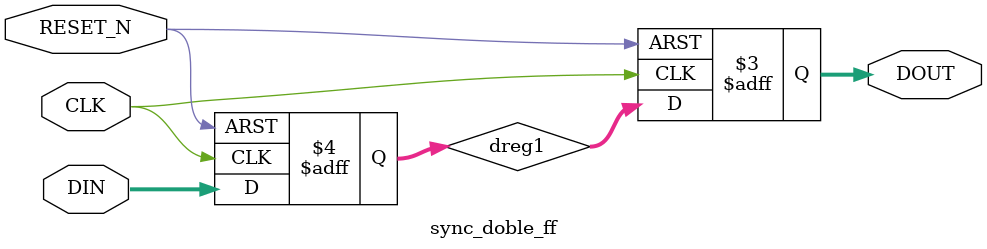
<source format=sv>
module sync_doble_ff (
// *************************** Ports ********************************
        DIN ,
       DOUT ,
        CLK ,
    RESET_N              
 );
   
// ************************ Parameters ******************************
  parameter DATA_W   = 32  ;

// ********************** Inputs/Outputs ****************************
  input wire  [DATA_W-1:0]  DIN ;
  output reg  [DATA_W-1:0] DOUT ;
  input                     CLK ;
  input                 RESET_N ;                

// **************************  Regs  ********************************
  reg  [DATA_W-1:0]       dreg1 ;
     
  always @(posedge CLK or negedge RESET_N)
    begin
       if (!RESET_N) {DOUT, dreg1} <= 0;
       else {DOUT, dreg1} <= {dreg1, DIN};
    end

endmodule // sync_doble_ff
                                 
//*****************************************************************************


</source>
